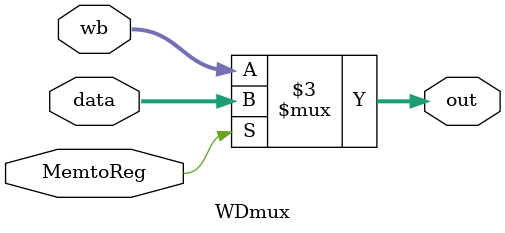
<source format=v>
module WDmux(
    input [31:0] wb,
    input [31:0] data,
    input MemtoReg,
    output reg [31:0] out
);
always @(wb, data, MemtoReg)begin
  if (MemtoReg)begin
    out <= data;
  end
  else 
    out <= wb;
end
endmodule
</source>
